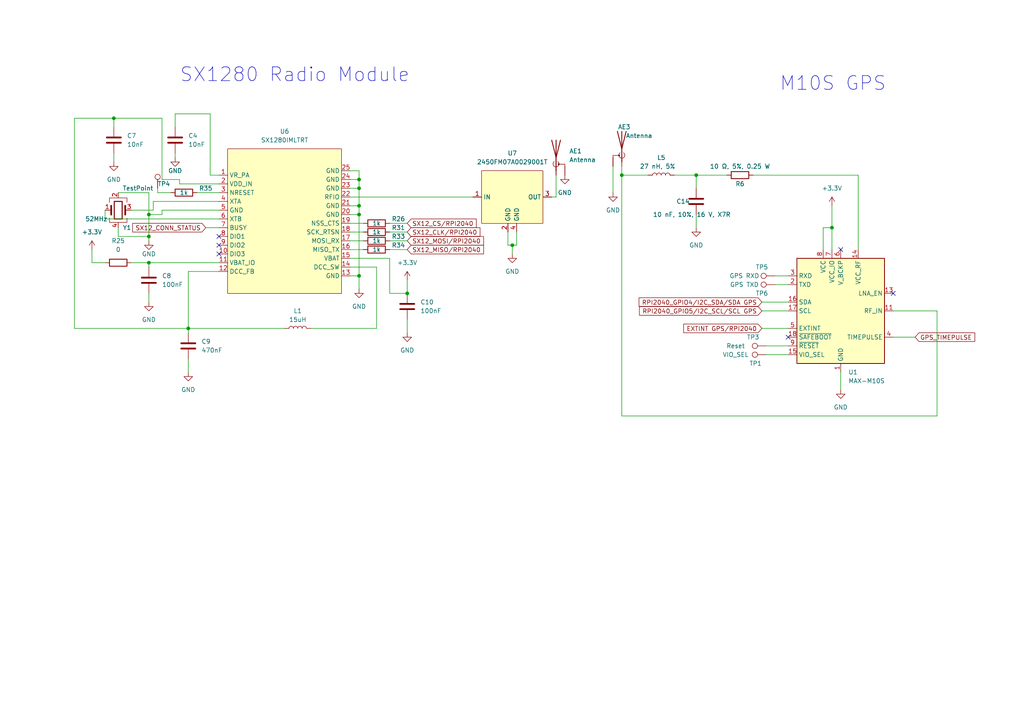
<source format=kicad_sch>
(kicad_sch (version 20231120) (generator "eeschema") (generator_version "8.0")
  (paper "A4")
  (lib_symbols
    (symbol "Connector:TestPoint" (pin_numbers hide) (pin_names (offset 0.762) hide)
      (property "Reference" "TP" (at 0 6.858 0))
      (property "Value" "TestPoint" (at 0 5.08 0))
      (symbol "TestPoint_0_1"
        (circle (center 0 3.302) (radius 0.762))
      )
      (symbol "TestPoint_1_1"
        (pin passive line (at 0 0 90) (length 2.54) (name "1") (number "1"))
      )
    )
    (symbol "CustomLibrary:2450FM07A0029001T"
      (property "Reference" "U" (at 6.35 -7.62 0))
      (property "Value" "2450FM07A0029001T" (at -1.27 10.16 0))
      (symbol "2450FM07A0029001T_1_1"
        (rectangle (start -10.16 8.89) (end 7.62 -6.35) (fill (type background)))
        (pin input line (at -12.7 1.27 0) (length 2.54) (name "IN") (number "1"))
        (pin power_in line (at -2.54 -8.89 90) (length 2.54) (name "GND") (number "2"))
        (pin output line (at 10.16 1.27 180) (length 2.54) (name "OUT") (number "3"))
        (pin power_in line (at 0 -8.89 90) (length 2.54) (name "GND") (number "4"))
      )
    )
    (symbol "CustomLibrary:SX1280IMLTRT"
      (property "Reference" "U" (at -16.51 30.48 0))
      (property "Value" "SX1280IMLTRT" (at 8.89 -13.97 0))
      (symbol "SX1280IMLTRT_1_1"
        (rectangle (start -17.78 29.21) (end 15.24 -12.7) (fill (type background)))
        (pin power_in line (at -20.32 21.59 0) (length 2.54) (name "VR_PA") (number "1"))
        (pin bidirectional line (at -20.32 -1.27 0) (length 2.54) (name "DIO3") (number "10"))
        (pin bidirectional line (at -20.32 -3.81 0) (length 2.54) (name "VBAT_IO") (number "11"))
        (pin bidirectional line (at -20.32 -6.35 0) (length 2.54) (name "DCC_FB") (number "12"))
        (pin power_in line (at 17.78 -7.62 180) (length 2.54) (name "GND") (number "13"))
        (pin power_in line (at 17.78 -5.08 180) (length 2.54) (name "DCC_SW") (number "14"))
        (pin power_in line (at 17.78 -2.54 180) (length 2.54) (name "VBAT") (number "15"))
        (pin bidirectional line (at 17.78 0 180) (length 2.54) (name "MISO_TX") (number "16"))
        (pin bidirectional line (at 17.78 2.54 180) (length 2.54) (name "MOSI_RX") (number "17"))
        (pin bidirectional line (at 17.78 5.08 180) (length 2.54) (name "SCK_RTSN") (number "18"))
        (pin bidirectional line (at 17.78 7.62 180) (length 2.54) (name "NSS_CTS") (number "19"))
        (pin power_in line (at -20.32 19.05 0) (length 2.54) (name "VDD_IN") (number "2"))
        (pin power_in line (at 17.78 10.16 180) (length 2.54) (name "GND") (number "20"))
        (pin power_in line (at 17.78 12.7 180) (length 2.54) (name "GND") (number "21"))
        (pin bidirectional line (at 17.78 15.24 180) (length 2.54) (name "RFIO") (number "22"))
        (pin power_in line (at 17.78 17.78 180) (length 2.54) (name "GND") (number "23"))
        (pin power_in line (at 17.78 20.32 180) (length 2.54) (name "GND") (number "24"))
        (pin power_in line (at 17.78 22.86 180) (length 2.54) (name "GND") (number "25"))
        (pin bidirectional line (at -20.32 16.51 0) (length 2.54) (name "NRESET") (number "3"))
        (pin bidirectional line (at -20.32 13.97 0) (length 2.54) (name "XTA") (number "4"))
        (pin power_in line (at -20.32 11.43 0) (length 2.54) (name "GND") (number "5"))
        (pin bidirectional line (at -20.32 8.89 0) (length 2.54) (name "XTB") (number "6"))
        (pin bidirectional line (at -20.32 6.35 0) (length 2.54) (name "BUSY") (number "7"))
        (pin bidirectional line (at -20.32 3.81 0) (length 2.54) (name "DIO1") (number "8"))
        (pin bidirectional line (at -20.32 1.27 0) (length 2.54) (name "DIO2") (number "9"))
      )
    )
    (symbol "Device:Antenna_Shield" (pin_numbers hide) (pin_names (offset 1.016) hide)
      (property "Reference" "AE" (at -1.905 4.445 0))
      (property "Value" "Antenna_Shield" (at -1.905 2.54 0))
      (symbol "Antenna_Shield_0_1"
        (arc (start -0.508 -1.143) (mid -0.8429 -2.1194) (end 0 -2.667))
        (arc (start 0 -2.667) (mid 0.7989 -2.1052) (end 0.508 -1.143))
        (polyline (pts (xy 0 -2.54) (xy 0 0)))
        (polyline (pts (xy 0 5.08) (xy 0 -3.81)) (stroke (width 0.254)))
        (polyline (pts (xy 0.762 -1.905) (xy 2.54 -1.905)))
        (polyline (pts (xy 2.54 -2.54) (xy 2.54 -1.905)))
        (polyline (pts (xy 1.27 5.08) (xy 0 0) (xy -1.27 5.08)) (stroke (width 0.254)))
        (circle (center 0.762 -1.905) (radius 0.1778) (fill (type outline)))
      )
      (symbol "Antenna_Shield_1_1"
        (pin input line (at 0 -5.08 90) (length 2.54) (name "A") (number "1"))
        (pin input line (at 2.54 -5.08 90) (length 2.54) (name "Shield") (number "2"))
      )
    )
    (symbol "Device:C" (pin_numbers hide) (pin_names (offset 0.254))
      (property "Reference" "C" (at 0.635 2.54 0))
      (property "Value" "C" (at 0.635 -2.54 0))
      (symbol "C_0_1"
        (polyline (pts (xy -2.032 -0.762) (xy 2.032 -0.762)) (stroke (width 0.508)))
        (polyline (pts (xy -2.032 0.762) (xy 2.032 0.762)) (stroke (width 0.508)))
      )
      (symbol "C_1_1"
        (pin passive line (at 0 3.81 270) (length 2.794) (name "~") (number "1"))
        (pin passive line (at 0 -3.81 90) (length 2.794) (name "~") (number "2"))
      )
    )
    (symbol "Device:Crystal_GND24" (pin_names (offset 1.016) hide)
      (property "Reference" "Y" (at 3.175 5.08 0))
      (property "Value" "Crystal_GND24" (at 3.175 3.175 0))
      (symbol "Crystal_GND24_0_1"
        (rectangle (start -1.143 2.54) (end 1.143 -2.54) (stroke (width 0.3048)))
        (polyline (pts (xy -2.54 0) (xy -2.032 0)))
        (polyline (pts (xy -2.032 -1.27) (xy -2.032 1.27)) (stroke (width 0.508)))
        (polyline (pts (xy 0 -3.81) (xy 0 -3.556)))
        (polyline (pts (xy 0 3.556) (xy 0 3.81)))
        (polyline (pts (xy 2.032 -1.27) (xy 2.032 1.27)) (stroke (width 0.508)))
        (polyline (pts (xy 2.032 0) (xy 2.54 0)))
        (polyline (pts (xy -2.54 -2.286) (xy -2.54 -3.556) (xy 2.54 -3.556) (xy 2.54 -2.286)))
        (polyline (pts (xy -2.54 2.286) (xy -2.54 3.556) (xy 2.54 3.556) (xy 2.54 2.286)))
      )
      (symbol "Crystal_GND24_1_1"
        (pin passive line (at -3.81 0 0) (length 1.27) (name "1") (number "1"))
        (pin passive line (at 0 5.08 270) (length 1.27) (name "2") (number "2"))
        (pin passive line (at 3.81 0 180) (length 1.27) (name "3") (number "3"))
        (pin passive line (at 0 -5.08 90) (length 1.27) (name "4") (number "4"))
      )
    )
    (symbol "Device:L" (pin_numbers hide) (pin_names (offset 1.016) hide)
      (property "Reference" "L" (at -1.27 0 90))
      (property "Value" "L" (at 1.905 0 90))
      (symbol "L_0_1"
        (arc (start 0 -2.54) (mid 0.6323 -1.905) (end 0 -1.27))
        (arc (start 0 -1.27) (mid 0.6323 -0.635) (end 0 0))
        (arc (start 0 0) (mid 0.6323 0.635) (end 0 1.27))
        (arc (start 0 1.27) (mid 0.6323 1.905) (end 0 2.54))
      )
      (symbol "L_1_1"
        (pin passive line (at 0 3.81 270) (length 1.27) (name "1") (number "1"))
        (pin passive line (at 0 -3.81 90) (length 1.27) (name "2") (number "2"))
      )
    )
    (symbol "Device:R" (pin_numbers hide) (pin_names (offset 0))
      (property "Reference" "R" (at 2.032 0 90))
      (property "Value" "R" (at 0 0 90))
      (symbol "R_0_1"
        (rectangle (start -1.016 -2.54) (end 1.016 2.54) (stroke (width 0.254)))
      )
      (symbol "R_1_1"
        (pin passive line (at 0 3.81 270) (length 1.27) (name "~") (number "1"))
        (pin passive line (at 0 -3.81 90) (length 1.27) (name "~") (number "2"))
      )
    )
    (symbol "RF_GPS:MAX-M10S"
      (property "Reference" "U" (at -10.16 16.51 0))
      (property "Value" "MAX-M10S" (at 11.43 16.51 0))
      (symbol "MAX-M10S_0_1"
        (rectangle (start 12.7 15.24) (end -12.7 -15.24) (stroke (width 0.254)) (fill (type background)))
      )
      (symbol "MAX-M10S_1_1"
        (pin power_in line (at 0 -17.78 90) (length 2.54) (name "GND") (number "1"))
        (pin passive line (at 0 -17.78 90) (length 2.54) hide (name "GND") (number "10"))
        (pin input line (at 15.24 0 180) (length 2.54) (name "RF_IN") (number "11"))
        (pin passive line (at 0 -17.78 90) (length 2.54) hide (name "GND") (number "12"))
        (pin output line (at 15.24 5.08 180) (length 2.54) (name "LNA_EN") (number "13"))
        (pin power_out line (at 5.08 17.78 270) (length 2.54) (name "VCC_RF") (number "14"))
        (pin input line (at -15.24 -12.7 0) (length 2.54) (name "VIO_SEL") (number "15"))
        (pin bidirectional line (at -15.24 2.54 0) (length 2.54) (name "SDA") (number "16"))
        (pin input line (at -15.24 0 0) (length 2.54) (name "SCL") (number "17"))
        (pin input line (at -15.24 -7.62 0) (length 2.54) (name "~{SAFEBOOT}") (number "18"))
        (pin output line (at -15.24 7.62 0) (length 2.54) (name "TXD") (number "2"))
        (pin input line (at -15.24 10.16 0) (length 2.54) (name "RXD") (number "3"))
        (pin output line (at 15.24 -7.62 180) (length 2.54) (name "TIMEPULSE") (number "4"))
        (pin input line (at -15.24 -5.08 0) (length 2.54) (name "EXTINT") (number "5"))
        (pin power_in line (at 0 17.78 270) (length 2.54) (name "V_BCKP") (number "6"))
        (pin power_in line (at -2.54 17.78 270) (length 2.54) (name "VCC_IO") (number "7"))
        (pin power_in line (at -5.08 17.78 270) (length 2.54) (name "VCC") (number "8"))
        (pin input line (at -15.24 -10.16 0) (length 2.54) (name "~{RESET}") (number "9"))
      )
    )
    (symbol "power:+3.3V" (power) (pin_names (offset 0))
      (property "Value" "+3.3V" (at 0 3.556 0))
      (symbol "+3.3V_0_1"
        (polyline (pts (xy -0.762 1.27) (xy 0 2.54)))
        (polyline (pts (xy 0 0) (xy 0 2.54)))
        (polyline (pts (xy 0 2.54) (xy 0.762 1.27)))
      )
      (symbol "+3.3V_1_1"
        (pin power_in line (at 0 0 90) (length 0) hide (name "+3.3V") (number "1"))
      )
    )
    (symbol "power:GND" (power) (pin_names (offset 0))
      (property "Value" "GND" (at 0 -3.81 0))
      (symbol "GND_0_1"
        (polyline (pts (xy 0 0) (xy 0 -1.27) (xy 1.27 -1.27) (xy 0 -2.54) (xy -1.27 -1.27) (xy 0 -1.27)))
      )
      (symbol "GND_1_1"
        (pin power_in line (at 0 0 270) (length 0) hide (name "GND") (number "1"))
      )
    )
  )
  (junction (at 104.14 80.01))
  (junction (at 33.02 34.29))
  (junction (at 241.3 66.04))
  (junction (at 148.59 71.12))
  (junction (at 43.18 68.58))
  (junction (at 43.18 76.2))
  (junction (at 201.93 50.8))
  (junction (at 104.14 54.61))
  (junction (at 104.14 62.23))
  (junction (at 118.11 85.09))
  (junction (at 54.61 95.25))
  (junction (at 104.14 52.07))
  (junction (at 104.14 59.69))
  (junction (at 180.34 50.8))
  (junction (at 43.18 62.23))
  (no_connect (at 63.5 68.58))
  (no_connect (at 259.08 85.09))
  (no_connect (at 63.5 71.12))
  (no_connect (at 63.5 73.66))
  (no_connect (at 228.6 97.79))
  (no_connect (at 243.84 72.39))
  (wire (pts (xy 160.02 57.15) (xy 161.29 57.15)))
  (wire (pts (xy 113.03 67.31) (xy 118.11 67.31)))
  (wire (pts (xy 104.14 80.01) (xy 101.6 80.01)))
  (wire (pts (xy 101.6 69.85) (xy 105.41 69.85)))
  (wire (pts (xy 57.15 55.88) (xy 63.5 55.88)))
  (wire (pts (xy 104.14 52.07) (xy 104.14 54.61)))
  (wire (pts (xy 34.29 68.58) (xy 43.18 68.58)))
  (wire (pts (xy 147.32 71.12) (xy 148.59 71.12)))
  (wire (pts (xy 101.6 54.61) (xy 104.14 54.61)))
  (wire (pts (xy 26.67 76.2) (xy 30.48 76.2)))
  (wire (pts (xy 101.6 74.93) (xy 113.03 74.93)))
  (wire (pts (xy 34.29 55.88) (xy 43.18 55.88)))
  (wire (pts (xy 33.02 34.29) (xy 21.59 34.29)))
  (wire (pts (xy 161.29 57.15) (xy 161.29 50.8)))
  (wire (pts (xy 113.03 85.09) (xy 118.11 85.09)))
  (wire (pts (xy 34.29 68.58) (xy 34.29 66.04)))
  (wire (pts (xy 26.67 72.39) (xy 26.67 76.2)))
  (wire (pts (xy 45.72 54.61) (xy 45.72 55.88)))
  (wire (pts (xy 210.82 50.8) (xy 201.93 50.8)))
  (wire (pts (xy 21.59 34.29) (xy 21.59 95.25)))
  (wire (pts (xy 148.59 71.12) (xy 148.59 73.66)))
  (wire (pts (xy 54.61 95.25) (xy 54.61 96.52)))
  (wire (pts (xy 180.34 50.8) (xy 180.34 120.65)))
  (wire (pts (xy 101.6 59.69) (xy 104.14 59.69)))
  (wire (pts (xy 222.25 102.87) (xy 228.6 102.87)))
  (wire (pts (xy 59.69 66.04) (xy 63.5 66.04)))
  (wire (pts (xy 60.96 33.02) (xy 50.8 33.02)))
  (wire (pts (xy 118.11 81.28) (xy 118.11 85.09)))
  (wire (pts (xy 220.98 95.25) (xy 228.6 95.25)))
  (wire (pts (xy 180.34 48.26) (xy 180.34 50.8)))
  (wire (pts (xy 177.8 48.26) (xy 177.8 55.88)))
  (wire (pts (xy 104.14 54.61) (xy 104.14 59.69)))
  (wire (pts (xy 201.93 50.8) (xy 201.93 54.61)))
  (wire (pts (xy 101.6 77.47) (xy 109.22 77.47)))
  (wire (pts (xy 113.03 74.93) (xy 113.03 85.09)))
  (wire (pts (xy 43.18 69.85) (xy 43.18 68.58)))
  (wire (pts (xy 46.99 52.07) (xy 46.99 34.29)))
  (wire (pts (xy 118.11 92.71) (xy 118.11 96.52)))
  (wire (pts (xy 63.5 60.96) (xy 46.99 60.96)))
  (wire (pts (xy 101.6 57.15) (xy 137.16 57.15)))
  (wire (pts (xy 271.78 90.17) (xy 259.08 90.17)))
  (wire (pts (xy 38.1 60.96) (xy 44.45 60.96)))
  (wire (pts (xy 243.84 107.95) (xy 243.84 113.03)))
  (wire (pts (xy 104.14 49.53) (xy 104.14 52.07)))
  (wire (pts (xy 195.58 50.8) (xy 201.93 50.8)))
  (wire (pts (xy 33.02 34.29) (xy 33.02 36.83)))
  (wire (pts (xy 52.07 52.07) (xy 46.99 52.07)))
  (wire (pts (xy 109.22 95.25) (xy 90.17 95.25)))
  (wire (pts (xy 224.79 82.55) (xy 228.6 82.55)))
  (wire (pts (xy 101.6 72.39) (xy 105.41 72.39)))
  (wire (pts (xy 109.22 77.47) (xy 109.22 95.25)))
  (wire (pts (xy 113.03 64.77) (xy 118.11 64.77)))
  (wire (pts (xy 46.99 62.23) (xy 43.18 62.23)))
  (wire (pts (xy 45.72 55.88) (xy 49.53 55.88)))
  (wire (pts (xy 52.07 53.34) (xy 63.5 53.34)))
  (wire (pts (xy 220.98 87.63) (xy 228.6 87.63)))
  (wire (pts (xy 238.76 66.04) (xy 241.3 66.04)))
  (wire (pts (xy 238.76 72.39) (xy 238.76 66.04)))
  (wire (pts (xy 113.03 69.85) (xy 118.11 69.85)))
  (wire (pts (xy 54.61 95.25) (xy 82.55 95.25)))
  (wire (pts (xy 52.07 52.07) (xy 52.07 53.34)))
  (wire (pts (xy 30.48 63.5) (xy 63.5 63.5)))
  (wire (pts (xy 33.02 44.45) (xy 33.02 46.99)))
  (wire (pts (xy 149.86 71.12) (xy 148.59 71.12)))
  (wire (pts (xy 44.45 60.96) (xy 44.45 58.42)))
  (wire (pts (xy 147.32 67.31) (xy 147.32 71.12)))
  (wire (pts (xy 271.78 120.65) (xy 271.78 90.17)))
  (wire (pts (xy 104.14 62.23) (xy 104.14 80.01)))
  (wire (pts (xy 101.6 49.53) (xy 104.14 49.53)))
  (wire (pts (xy 101.6 62.23) (xy 104.14 62.23)))
  (wire (pts (xy 220.98 90.17) (xy 228.6 90.17)))
  (wire (pts (xy 101.6 67.31) (xy 105.41 67.31)))
  (wire (pts (xy 101.6 52.07) (xy 104.14 52.07)))
  (wire (pts (xy 43.18 76.2) (xy 43.18 77.47)))
  (wire (pts (xy 63.5 50.8) (xy 60.96 50.8)))
  (wire (pts (xy 63.5 78.74) (xy 54.61 78.74)))
  (wire (pts (xy 43.18 55.88) (xy 43.18 62.23)))
  (wire (pts (xy 222.25 100.33) (xy 228.6 100.33)))
  (wire (pts (xy 54.61 104.14) (xy 54.61 107.95)))
  (wire (pts (xy 104.14 83.82) (xy 104.14 80.01)))
  (wire (pts (xy 104.14 59.69) (xy 104.14 62.23)))
  (wire (pts (xy 43.18 62.23) (xy 43.18 68.58)))
  (wire (pts (xy 113.03 72.39) (xy 118.11 72.39)))
  (wire (pts (xy 101.6 64.77) (xy 105.41 64.77)))
  (wire (pts (xy 259.08 97.79) (xy 265.43 97.79)))
  (wire (pts (xy 248.92 50.8) (xy 248.92 72.39)))
  (wire (pts (xy 43.18 76.2) (xy 63.5 76.2)))
  (wire (pts (xy 46.99 34.29) (xy 33.02 34.29)))
  (wire (pts (xy 201.93 62.23) (xy 201.93 66.04)))
  (wire (pts (xy 54.61 78.74) (xy 54.61 95.25)))
  (wire (pts (xy 224.79 80.01) (xy 228.6 80.01)))
  (wire (pts (xy 60.96 50.8) (xy 60.96 33.02)))
  (wire (pts (xy 241.3 66.04) (xy 241.3 72.39)))
  (wire (pts (xy 50.8 33.02) (xy 50.8 36.83)))
  (wire (pts (xy 46.99 60.96) (xy 46.99 62.23)))
  (wire (pts (xy 50.8 44.45) (xy 50.8 45.72)))
  (wire (pts (xy 180.34 50.8) (xy 187.96 50.8)))
  (wire (pts (xy 180.34 120.65) (xy 271.78 120.65)))
  (wire (pts (xy 30.48 60.96) (xy 30.48 63.5)))
  (wire (pts (xy 149.86 67.31) (xy 149.86 71.12)))
  (wire (pts (xy 241.3 59.69) (xy 241.3 66.04)))
  (wire (pts (xy 43.18 85.09) (xy 43.18 87.63)))
  (wire (pts (xy 21.59 95.25) (xy 54.61 95.25)))
  (wire (pts (xy 44.45 58.42) (xy 63.5 58.42)))
  (wire (pts (xy 38.1 76.2) (xy 43.18 76.2)))
  (wire (pts (xy 248.92 50.8) (xy 218.44 50.8)))
  (text "M10S GPS\n" (at 226.06 26.67 0) (effects (font (size 4 4)) (justify left bottom)))
  (text "SX1280 Radio Module" (at 52.07 24.13 0) (effects (font (size 4 4)) (justify left bottom)))
  (global_label "RPI2040_GPIO4{slash}I2C_SDA{slash}SDA GPS" (shape input) (at 220.98 87.63 180) (property "Intersheetrefs" "${INTERSHEET_REFS}" (effects (hide yes))))
  (global_label "SX12_CS{slash}RPI2040" (shape input) (at 118.11 64.77 0) (property "Intersheetrefs" "${INTERSHEET_REFS}" (effects (hide yes))))
  (global_label "RPI2040_GPIO5{slash}I2C_SCL{slash}SCL GPS" (shape input) (at 220.98 90.17 180) (property "Intersheetrefs" "${INTERSHEET_REFS}" (effects (hide yes))))
  (global_label "SX12_CONN_STATUS" (shape input) (at 59.69 66.04 180) (property "Intersheetrefs" "${INTERSHEET_REFS}" (effects (hide yes))))
  (global_label "EXTINT GPS{slash}RPI2040" (shape input) (at 220.98 95.25 180) (property "Intersheetrefs" "${INTERSHEET_REFS}" (effects (hide yes))))
  (global_label "GPS_TIMEPULSE" (shape input) (at 265.43 97.79 0) (property "Intersheetrefs" "${INTERSHEET_REFS}" (effects (hide yes))))
  (global_label "SX12_MOSI{slash}RPI2040" (shape input) (at 118.11 69.85 0) (property "Intersheetrefs" "${INTERSHEET_REFS}" (effects (hide yes))))
  (global_label "SX12_MISO{slash}RPI2040" (shape input) (at 118.11 72.39 0) (property "Intersheetrefs" "${INTERSHEET_REFS}" (effects (hide yes))))
  (global_label "SX12_CLK{slash}RPI2040" (shape input) (at 118.11 67.31 0) (property "Intersheetrefs" "${INTERSHEET_REFS}" (effects (hide yes))))
  (symbol (lib_id "Device:L") (at 86.36 95.25 90) (unit 1)
    (property "Reference" "L1" (at 86.36 90.17 90))
    (property "Value" "15uH" (at 86.36 92.71 90))
    (property "Footprint" "Inductor_SMD:L_0805_2012Metric" (effects (hide yes)))
  )
  (symbol (lib_id "Device:L") (at 191.77 50.8 90) (unit 1)
    (property "Reference" "L5" (at 193.04 45.72 90) (effects (justify left)))
    (property "Value" "27 nH, 5% " (at 196.85 48.26 90) (effects (justify left)))
    (property "Footprint" "Inductor_SMD:L_0402_1005Metric" (effects (hide yes)))
    (property "Datasheet" "https://search.murata.co.jp/Ceramy/image/img/P02/JELF243B-0010.pdf" (effects (hide yes)))
    (property "Digikey" "https://www.digikey.in/en/products/detail/murata-electronics/LQG15HS27NJ02D/662877?s=N4IgjCBcoMxaBjKAzAhgGwM4FMA0IB7KAbRACYBWABjgF18AHAFyhAGUmAnASwDsBzEAF98ZKgA4A7PBBJIaLHkIlykgAS8AEiHohmrAKq9uTAPLIAstlSYArp2zD8AWmnRZKDDnwA3Xp8V8IkhSMHEqABZxClwIgE4qHUYWSBBhISEgA" (effects (hide yes)))
  )
  (symbol (lib_id "Device:R") (at 109.22 64.77 90) (unit 1)
    (property "Reference" "R26" (at 115.57 63.5 90))
    (property "Value" "1k" (at 109.22 64.77 90))
    (property "Footprint" "Resistor_SMD:R_0402_1005Metric" (effects (hide yes)))
  )
  (symbol (lib_id "Connector:TestPoint") (at 222.25 102.87 90) (unit 1)
    (property "Reference" "TP1" (at 220.98 105.41 90) (effects (justify left)))
    (property "Value" "VIO_SEL" (at 217.17 102.87 90) (effects (justify left)))
    (property "Footprint" "TestPoint:TestPoint_Pad_D1.0mm" (effects (hide yes)))
  )
  (symbol (lib_id "Device:C") (at 118.11 88.9 0) (unit 1)
    (property "Reference" "C10" (at 121.92 87.63 0) (effects (justify left)))
    (property "Value" "100nF" (at 121.92 90.17 0) (effects (justify left)))
    (property "Footprint" "Capacitor_SMD:C_0402_1005Metric" (effects (hide yes)))
  )
  (symbol (lib_id "power:GND") (at 177.8 55.88 0) (unit 1)
    (property "Reference" "#PWR06" (effects (hide yes)))
    (property "Value" "GND" (at 177.8 60.96 0))
  )
  (symbol (lib_id "Connector:TestPoint") (at 224.79 82.55 90) (unit 1)
    (property "Reference" "TP6" (at 220.98 85.09 90))
    (property "Value" "GPS TXD" (at 215.9 82.55 90))
    (property "Footprint" "TestPoint:TestPoint_Pad_D1.0mm" (effects (hide yes)))
  )
  (symbol (lib_id "Connector:TestPoint") (at 222.25 100.33 90) (unit 1)
    (property "Reference" "TP3" (at 218.44 97.79 90))
    (property "Value" "Reset" (at 213.36 100.33 90))
    (property "Footprint" "TestPoint:TestPoint_Pad_D1.0mm" (effects (hide yes)))
  )
  (symbol (lib_id "Device:C") (at 33.02 40.64 0) (unit 1)
    (property "Reference" "C7" (at 36.83 39.37 0) (effects (justify left)))
    (property "Value" "10nF" (at 36.83 41.91 0) (effects (justify left)))
    (property "Footprint" "Capacitor_SMD:C_0402_1005Metric" (effects (hide yes)))
  )
  (symbol (lib_id "CustomLibrary:2450FM07A0029001T") (at 149.86 58.42 0) (unit 1)
    (property "Reference" "U7" (at 148.59 44.45 0))
    (property "Value" "2450FM07A0029001T" (at 148.59 46.99 0))
    (property "Footprint" "CustomFootprints:2450FM07A0029001T" (effects (hide yes)))
    (property "Datasheet" "https://www.johansontechnology.com/datasheets/2450FM07A0029/2450FM07A0029.pdf" (effects (hide yes)))
    (property "Digikey" "https://www.digikey.in/en/products/detail/johanson-technology-inc/2450FM07A0029001T/6187664" (effects (hide yes)))
  )
  (symbol (lib_id "Device:C") (at 54.61 100.33 0) (unit 1)
    (property "Reference" "C9" (at 58.42 99.06 0) (effects (justify left)))
    (property "Value" "470nF" (at 58.42 101.6 0) (effects (justify left)))
    (property "Footprint" "Capacitor_SMD:C_0402_1005Metric" (effects (hide yes)))
  )
  (symbol (lib_id "power:GND") (at 201.93 66.04 0) (unit 1)
    (property "Reference" "#PWR08" (effects (hide yes)))
    (property "Value" "GND" (at 201.93 71.12 0))
  )
  (symbol (lib_id "power:GND") (at 54.61 107.95 0) (unit 1)
    (property "Reference" "#PWR031" (effects (hide yes)))
    (property "Value" "GND" (at 54.61 113.03 0))
  )
  (symbol (lib_id "power:GND") (at 148.59 73.66 0) (unit 1)
    (property "Reference" "#PWR025" (effects (hide yes)))
    (property "Value" "GND" (at 148.59 78.74 0))
  )
  (symbol (lib_id "Device:Antenna_Shield") (at 161.29 45.72 0) (unit 1)
    (property "Reference" "AE1" (at 165.1 43.815 0) (effects (justify left)))
    (property "Value" "Antenna" (at 165.1 46.355 0) (effects (justify left)))
    (property "Footprint" "Connector_Coaxial:SMA_Amphenol_901-144_Vertical" (effects (hide yes)))
  )
  (symbol (lib_id "Device:Crystal_GND24") (at 34.29 60.96 0) (unit 1)
    (property "Reference" "Y1" (at 36.83 66.04 0))
    (property "Value" "52MHz" (at 27.94 63.5 0))
    (property "Footprint" "Crystal:Crystal_SMD_2016-4Pin_2.0x1.6mm" (effects (hide yes)))
    (property "Datasheet" "https://www.ndk.com/images/products/catalog/c_NX2016SA_e.pdf" (effects (hide yes)))
    (property "Digikey" "https://www.ndk.com/images/products/catalog/c_NX2016SA_e.pdf" (effects (hide yes)))
  )
  (symbol (lib_id "power:GND") (at 163.83 50.8 0) (unit 1)
    (property "Reference" "#PWR026" (effects (hide yes)))
    (property "Value" "GND" (at 163.83 55.88 0))
  )
  (symbol (lib_id "power:GND") (at 118.11 96.52 0) (unit 1)
    (property "Reference" "#PWR060" (effects (hide yes)))
    (property "Value" "GND" (at 118.11 101.6 0))
  )
  (symbol (lib_id "power:+3.3V") (at 118.11 81.28 0) (mirror y) (unit 1)
    (property "Reference" "#PWR037" (effects (hide yes)))
    (property "Value" "+3.3V" (at 118.11 76.2 0))
  )
  (symbol (lib_id "Device:Antenna_Shield") (at 180.34 43.18 0) (mirror y) (unit 1)
    (property "Reference" "AE3" (at 182.88 36.83 0) (effects (justify left)))
    (property "Value" "Antenna" (at 189.23 39.37 0) (effects (justify left)))
    (property "Footprint" "Connector_Coaxial:SMA_Amphenol_901-144_Vertical" (effects (hide yes)))
  )
  (symbol (lib_id "power:GND") (at 33.02 46.99 0) (unit 1)
    (property "Reference" "#PWR032" (effects (hide yes)))
    (property "Value" "GND" (at 33.02 52.07 0))
  )
  (symbol (lib_id "Device:R") (at 109.22 67.31 90) (unit 1)
    (property "Reference" "R31" (at 115.57 66.04 90))
    (property "Value" "1k" (at 109.22 67.31 90))
    (property "Footprint" "Resistor_SMD:R_0402_1005Metric" (effects (hide yes)))
  )
  (symbol (lib_id "Device:R") (at 34.29 76.2 90) (unit 1)
    (property "Reference" "R25" (at 34.29 69.85 90))
    (property "Value" "0" (at 34.29 72.39 90))
    (property "Footprint" "Resistor_SMD:R_0402_1005Metric" (effects (hide yes)))
  )
  (symbol (lib_id "power:+3.3V") (at 26.67 72.39 0) (mirror y) (unit 1)
    (property "Reference" "#PWR035" (effects (hide yes)))
    (property "Value" "+3.3V" (at 26.67 67.31 0))
  )
  (symbol (lib_id "power:+3.3V") (at 241.3 59.69 0) (mirror y) (unit 1)
    (property "Reference" "#PWR011" (effects (hide yes)))
    (property "Value" "+3.3V" (at 241.3 54.61 0))
  )
  (symbol (lib_id "Device:R") (at 109.22 69.85 90) (unit 1)
    (property "Reference" "R33" (at 115.57 68.58 90))
    (property "Value" "1k" (at 109.22 69.85 90))
    (property "Footprint" "Resistor_SMD:R_0402_1005Metric" (effects (hide yes)))
  )
  (symbol (lib_id "Connector:TestPoint") (at 224.79 80.01 90) (unit 1)
    (property "Reference" "TP5" (at 220.98 77.47 90))
    (property "Value" "GPS RXD" (at 215.9 80.01 90))
    (property "Footprint" "TestPoint:TestPoint_Pad_D1.0mm" (effects (hide yes)))
  )
  (symbol (lib_id "power:GND") (at 43.18 69.85 0) (unit 1)
    (property "Reference" "#PWR0123" (effects (hide yes)))
    (property "Value" "GND" (at 43.18 73.66 0))
  )
  (symbol (lib_id "Device:C") (at 43.18 81.28 0) (unit 1)
    (property "Reference" "C8" (at 46.99 80.01 0) (effects (justify left)))
    (property "Value" "100nF" (at 46.99 82.55 0) (effects (justify left)))
    (property "Footprint" "Capacitor_SMD:C_0402_1005Metric" (effects (hide yes)))
  )
  (symbol (lib_id "Device:R") (at 109.22 72.39 90) (unit 1)
    (property "Reference" "R34" (at 115.57 71.12 90))
    (property "Value" "1k" (at 109.22 72.39 90))
    (property "Footprint" "Resistor_SMD:R_0402_1005Metric" (effects (hide yes)))
  )
  (symbol (lib_id "RF_GPS:MAX-M10S") (at 243.84 90.17 0) (unit 1)
    (property "Reference" "U1" (at 246.0341 107.95 0) (effects (justify left)))
    (property "Value" "MAX-M10S" (at 246.0341 110.49 0) (effects (justify left)))
    (property "Footprint" "RF_GPS:ublox_MAX" (effects (hide yes)))
    (property "Datasheet" "https://content.u-blox.com/sites/default/files/MAX-M10S_DataSheet_UBX-20035208.pdf" (effects (hide yes)))
    (property "Digikey" "https://www.digikey.com/en/products/detail/u-blox/MAX-M10S-00B/15712906" (effects (hide yes)))
  )
  (symbol (lib_id "power:GND") (at 243.84 113.03 0) (unit 1)
    (property "Reference" "#PWR014" (effects (hide yes)))
    (property "Value" "GND" (at 243.84 118.11 0))
  )
  (symbol (lib_id "Device:C") (at 201.93 58.42 180) (unit 1)
    (property "Reference" "C14" (at 198.12 58.42 0))
    (property "Value" "10 nF, 10%, 16 V, X7R" (at 200.66 62.23 0))
    (property "Footprint" "Capacitor_SMD:C_0603_1608Metric" (effects (hide yes)))
  )
  (symbol (lib_id "Device:R") (at 214.63 50.8 90) (unit 1)
    (property "Reference" "R6" (at 214.63 53.34 90))
    (property "Value" "10 Ω, 5%, 0.25 W" (at 214.63 48.26 90))
    (property "Footprint" "Resistor_SMD:R_0402_1005Metric" (effects (hide yes)))
  )
  (symbol (lib_id "power:GND") (at 104.14 83.82 0) (unit 1)
    (property "Reference" "#PWR028" (effects (hide yes)))
    (property "Value" "GND" (at 104.14 88.9 0))
  )
  (symbol (lib_id "Device:C") (at 50.8 40.64 0) (unit 1)
    (property "Reference" "C4" (at 54.61 39.37 0) (effects (justify left)))
    (property "Value" "10nF" (at 54.61 41.91 0) (effects (justify left)))
    (property "Footprint" "Capacitor_SMD:C_0402_1005Metric" (effects (hide yes)))
  )
  (symbol (lib_id "CustomLibrary:SX1280IMLTRT") (at 83.82 72.39 0) (unit 1)
    (property "Reference" "U6" (at 82.55 38.1 0))
    (property "Value" "SX1280IMLTRT" (at 82.55 40.64 0))
    (property "Footprint" "Package_DFN_QFN:QFN-24-1EP_4x4mm_P0.5mm_EP2.7x2.7mm" (effects (hide yes)))
    (property "Datasheet" "https://semtech.my.salesforce.com/sfc/p/#E0000000JelG/a/3n000000l9OZ/Kw7ZeYZuAZW3Q4A3R_IUjhYCQEJxkuLrUgl_GNNhuUo" (effects (hide yes)))
    (property "Digikey" "https://www.digikey.in/en/products/detail/semtech-corporation/SX1280IMLTRT/7203797" (effects (hide yes)))
  )
  (symbol (lib_id "power:GND") (at 50.8 45.72 0) (unit 1)
    (property "Reference" "#PWR033" (effects (hide yes)))
    (property "Value" "GND" (at 50.8 49.53 0))
  )
  (symbol (lib_id "Device:R") (at 53.34 55.88 90) (unit 1)
    (property "Reference" "R35" (at 59.69 54.61 90))
    (property "Value" "1k" (at 53.34 55.88 90))
    (property "Footprint" "Resistor_SMD:R_0402_1005Metric" (effects (hide yes)))
  )
  (symbol (lib_id "power:GND") (at 43.18 87.63 0) (unit 1)
    (property "Reference" "#PWR034" (effects (hide yes)))
    (property "Value" "GND" (at 43.18 92.71 0))
  )
  (symbol (lib_id "Connector:TestPoint") (at 45.72 54.61 0) (unit 1)
    (property "Reference" "TP4" (at 45.72 53.34 0) (effects (justify left)))
    (property "Value" "TestPoint" (at 35.56 54.61 0) (effects (justify left)))
    (property "Footprint" "TestPoint:TestPoint_Pad_D1.0mm" (effects (hide yes)))
  )
)
</source>
